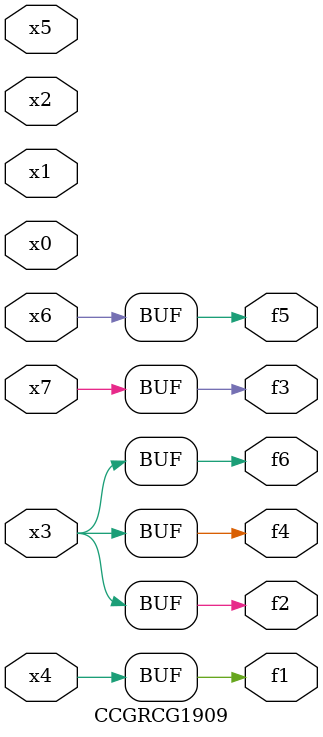
<source format=v>
module CCGRCG1909(
	input x0, x1, x2, x3, x4, x5, x6, x7,
	output f1, f2, f3, f4, f5, f6
);
	assign f1 = x4;
	assign f2 = x3;
	assign f3 = x7;
	assign f4 = x3;
	assign f5 = x6;
	assign f6 = x3;
endmodule

</source>
